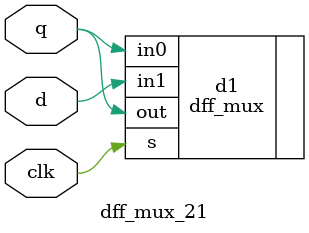
<source format=v>
`timescale 1ns / 1ps


module dff_mux_21(
input clk,d,
inout q
    );
    dff_mux d1(.s(clk),.in0(q),.in1(d),.out(q));
endmodule

</source>
